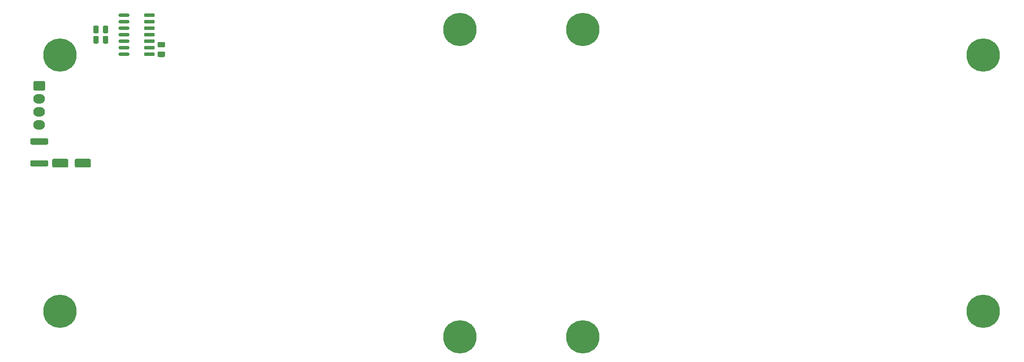
<source format=gbs>
%TF.GenerationSoftware,KiCad,Pcbnew,(5.1.6-0-10_14)*%
%TF.CreationDate,2020-11-10T16:11:36-05:00*%
%TF.ProjectId,honeylight,686f6e65-796c-4696-9768-742e6b696361,0.1.0*%
%TF.SameCoordinates,Original*%
%TF.FileFunction,Soldermask,Bot*%
%TF.FilePolarity,Negative*%
%FSLAX46Y46*%
G04 Gerber Fmt 4.6, Leading zero omitted, Abs format (unit mm)*
G04 Created by KiCad (PCBNEW (5.1.6-0-10_14)) date 2020-11-10 16:11:36*
%MOMM*%
%LPD*%
G01*
G04 APERTURE LIST*
%ADD10O,2.290000X1.840000*%
%ADD11C,6.500000*%
G04 APERTURE END LIST*
D10*
%TO.C,J1*%
X56000000Y-73620000D03*
X56000000Y-71080000D03*
X56000000Y-68540000D03*
G36*
G01*
X55119367Y-65080000D02*
X56880633Y-65080000D01*
G75*
G02*
X57145000Y-65344367I0J-264367D01*
G01*
X57145000Y-66655633D01*
G75*
G02*
X56880633Y-66920000I-264367J0D01*
G01*
X55119367Y-66920000D01*
G75*
G02*
X54855000Y-66655633I0J264367D01*
G01*
X54855000Y-65344367D01*
G75*
G02*
X55119367Y-65080000I264367J0D01*
G01*
G37*
%TD*%
%TO.C,U1*%
G36*
G01*
X76450000Y-59985000D02*
X76450000Y-59635000D01*
G75*
G02*
X76625000Y-59460000I175000J0D01*
G01*
X78325000Y-59460000D01*
G75*
G02*
X78500000Y-59635000I0J-175000D01*
G01*
X78500000Y-59985000D01*
G75*
G02*
X78325000Y-60160000I-175000J0D01*
G01*
X76625000Y-60160000D01*
G75*
G02*
X76450000Y-59985000I0J175000D01*
G01*
G37*
G36*
G01*
X76450000Y-58715000D02*
X76450000Y-58365000D01*
G75*
G02*
X76625000Y-58190000I175000J0D01*
G01*
X78325000Y-58190000D01*
G75*
G02*
X78500000Y-58365000I0J-175000D01*
G01*
X78500000Y-58715000D01*
G75*
G02*
X78325000Y-58890000I-175000J0D01*
G01*
X76625000Y-58890000D01*
G75*
G02*
X76450000Y-58715000I0J175000D01*
G01*
G37*
G36*
G01*
X76450000Y-57445000D02*
X76450000Y-57095000D01*
G75*
G02*
X76625000Y-56920000I175000J0D01*
G01*
X78325000Y-56920000D01*
G75*
G02*
X78500000Y-57095000I0J-175000D01*
G01*
X78500000Y-57445000D01*
G75*
G02*
X78325000Y-57620000I-175000J0D01*
G01*
X76625000Y-57620000D01*
G75*
G02*
X76450000Y-57445000I0J175000D01*
G01*
G37*
G36*
G01*
X76450000Y-56175000D02*
X76450000Y-55825000D01*
G75*
G02*
X76625000Y-55650000I175000J0D01*
G01*
X78325000Y-55650000D01*
G75*
G02*
X78500000Y-55825000I0J-175000D01*
G01*
X78500000Y-56175000D01*
G75*
G02*
X78325000Y-56350000I-175000J0D01*
G01*
X76625000Y-56350000D01*
G75*
G02*
X76450000Y-56175000I0J175000D01*
G01*
G37*
G36*
G01*
X76450000Y-54905000D02*
X76450000Y-54555000D01*
G75*
G02*
X76625000Y-54380000I175000J0D01*
G01*
X78325000Y-54380000D01*
G75*
G02*
X78500000Y-54555000I0J-175000D01*
G01*
X78500000Y-54905000D01*
G75*
G02*
X78325000Y-55080000I-175000J0D01*
G01*
X76625000Y-55080000D01*
G75*
G02*
X76450000Y-54905000I0J175000D01*
G01*
G37*
G36*
G01*
X76450000Y-53635000D02*
X76450000Y-53285000D01*
G75*
G02*
X76625000Y-53110000I175000J0D01*
G01*
X78325000Y-53110000D01*
G75*
G02*
X78500000Y-53285000I0J-175000D01*
G01*
X78500000Y-53635000D01*
G75*
G02*
X78325000Y-53810000I-175000J0D01*
G01*
X76625000Y-53810000D01*
G75*
G02*
X76450000Y-53635000I0J175000D01*
G01*
G37*
G36*
G01*
X76450000Y-52365000D02*
X76450000Y-52015000D01*
G75*
G02*
X76625000Y-51840000I175000J0D01*
G01*
X78325000Y-51840000D01*
G75*
G02*
X78500000Y-52015000I0J-175000D01*
G01*
X78500000Y-52365000D01*
G75*
G02*
X78325000Y-52540000I-175000J0D01*
G01*
X76625000Y-52540000D01*
G75*
G02*
X76450000Y-52365000I0J175000D01*
G01*
G37*
G36*
G01*
X71500000Y-52365000D02*
X71500000Y-52015000D01*
G75*
G02*
X71675000Y-51840000I175000J0D01*
G01*
X73375000Y-51840000D01*
G75*
G02*
X73550000Y-52015000I0J-175000D01*
G01*
X73550000Y-52365000D01*
G75*
G02*
X73375000Y-52540000I-175000J0D01*
G01*
X71675000Y-52540000D01*
G75*
G02*
X71500000Y-52365000I0J175000D01*
G01*
G37*
G36*
G01*
X71500000Y-53635000D02*
X71500000Y-53285000D01*
G75*
G02*
X71675000Y-53110000I175000J0D01*
G01*
X73375000Y-53110000D01*
G75*
G02*
X73550000Y-53285000I0J-175000D01*
G01*
X73550000Y-53635000D01*
G75*
G02*
X73375000Y-53810000I-175000J0D01*
G01*
X71675000Y-53810000D01*
G75*
G02*
X71500000Y-53635000I0J175000D01*
G01*
G37*
G36*
G01*
X71500000Y-54905000D02*
X71500000Y-54555000D01*
G75*
G02*
X71675000Y-54380000I175000J0D01*
G01*
X73375000Y-54380000D01*
G75*
G02*
X73550000Y-54555000I0J-175000D01*
G01*
X73550000Y-54905000D01*
G75*
G02*
X73375000Y-55080000I-175000J0D01*
G01*
X71675000Y-55080000D01*
G75*
G02*
X71500000Y-54905000I0J175000D01*
G01*
G37*
G36*
G01*
X71500000Y-56175000D02*
X71500000Y-55825000D01*
G75*
G02*
X71675000Y-55650000I175000J0D01*
G01*
X73375000Y-55650000D01*
G75*
G02*
X73550000Y-55825000I0J-175000D01*
G01*
X73550000Y-56175000D01*
G75*
G02*
X73375000Y-56350000I-175000J0D01*
G01*
X71675000Y-56350000D01*
G75*
G02*
X71500000Y-56175000I0J175000D01*
G01*
G37*
G36*
G01*
X71500000Y-57445000D02*
X71500000Y-57095000D01*
G75*
G02*
X71675000Y-56920000I175000J0D01*
G01*
X73375000Y-56920000D01*
G75*
G02*
X73550000Y-57095000I0J-175000D01*
G01*
X73550000Y-57445000D01*
G75*
G02*
X73375000Y-57620000I-175000J0D01*
G01*
X71675000Y-57620000D01*
G75*
G02*
X71500000Y-57445000I0J175000D01*
G01*
G37*
G36*
G01*
X71500000Y-58715000D02*
X71500000Y-58365000D01*
G75*
G02*
X71675000Y-58190000I175000J0D01*
G01*
X73375000Y-58190000D01*
G75*
G02*
X73550000Y-58365000I0J-175000D01*
G01*
X73550000Y-58715000D01*
G75*
G02*
X73375000Y-58890000I-175000J0D01*
G01*
X71675000Y-58890000D01*
G75*
G02*
X71500000Y-58715000I0J175000D01*
G01*
G37*
G36*
G01*
X71500000Y-59985000D02*
X71500000Y-59635000D01*
G75*
G02*
X71675000Y-59460000I175000J0D01*
G01*
X73375000Y-59460000D01*
G75*
G02*
X73550000Y-59635000I0J-175000D01*
G01*
X73550000Y-59985000D01*
G75*
G02*
X73375000Y-60160000I-175000J0D01*
G01*
X71675000Y-60160000D01*
G75*
G02*
X71500000Y-59985000I0J175000D01*
G01*
G37*
%TD*%
%TO.C,R2*%
G36*
G01*
X67600000Y-56518750D02*
X67600000Y-57481250D01*
G75*
G02*
X67331250Y-57750000I-268750J0D01*
G01*
X66793750Y-57750000D01*
G75*
G02*
X66525000Y-57481250I0J268750D01*
G01*
X66525000Y-56518750D01*
G75*
G02*
X66793750Y-56250000I268750J0D01*
G01*
X67331250Y-56250000D01*
G75*
G02*
X67600000Y-56518750I0J-268750D01*
G01*
G37*
G36*
G01*
X69475000Y-56518750D02*
X69475000Y-57481250D01*
G75*
G02*
X69206250Y-57750000I-268750J0D01*
G01*
X68668750Y-57750000D01*
G75*
G02*
X68400000Y-57481250I0J268750D01*
G01*
X68400000Y-56518750D01*
G75*
G02*
X68668750Y-56250000I268750J0D01*
G01*
X69206250Y-56250000D01*
G75*
G02*
X69475000Y-56518750I0J-268750D01*
G01*
G37*
%TD*%
%TO.C,R1*%
G36*
G01*
X67600000Y-54518750D02*
X67600000Y-55481250D01*
G75*
G02*
X67331250Y-55750000I-268750J0D01*
G01*
X66793750Y-55750000D01*
G75*
G02*
X66525000Y-55481250I0J268750D01*
G01*
X66525000Y-54518750D01*
G75*
G02*
X66793750Y-54250000I268750J0D01*
G01*
X67331250Y-54250000D01*
G75*
G02*
X67600000Y-54518750I0J-268750D01*
G01*
G37*
G36*
G01*
X69475000Y-54518750D02*
X69475000Y-55481250D01*
G75*
G02*
X69206250Y-55750000I-268750J0D01*
G01*
X68668750Y-55750000D01*
G75*
G02*
X68400000Y-55481250I0J268750D01*
G01*
X68400000Y-54518750D01*
G75*
G02*
X68668750Y-54250000I268750J0D01*
G01*
X69206250Y-54250000D01*
G75*
G02*
X69475000Y-54518750I0J-268750D01*
G01*
G37*
%TD*%
%TO.C,F1*%
G36*
G01*
X57477779Y-77475000D02*
X54522221Y-77475000D01*
G75*
G02*
X54250000Y-77202779I0J272221D01*
G01*
X54250000Y-76522221D01*
G75*
G02*
X54522221Y-76250000I272221J0D01*
G01*
X57477779Y-76250000D01*
G75*
G02*
X57750000Y-76522221I0J-272221D01*
G01*
X57750000Y-77202779D01*
G75*
G02*
X57477779Y-77475000I-272221J0D01*
G01*
G37*
G36*
G01*
X57477779Y-81750000D02*
X54522221Y-81750000D01*
G75*
G02*
X54250000Y-81477779I0J272221D01*
G01*
X54250000Y-80797221D01*
G75*
G02*
X54522221Y-80525000I272221J0D01*
G01*
X57477779Y-80525000D01*
G75*
G02*
X57750000Y-80797221I0J-272221D01*
G01*
X57750000Y-81477779D01*
G75*
G02*
X57477779Y-81750000I-272221J0D01*
G01*
G37*
%TD*%
%TO.C,C6*%
G36*
G01*
X79318750Y-59300000D02*
X80281250Y-59300000D01*
G75*
G02*
X80550000Y-59568750I0J-268750D01*
G01*
X80550000Y-60106250D01*
G75*
G02*
X80281250Y-60375000I-268750J0D01*
G01*
X79318750Y-60375000D01*
G75*
G02*
X79050000Y-60106250I0J268750D01*
G01*
X79050000Y-59568750D01*
G75*
G02*
X79318750Y-59300000I268750J0D01*
G01*
G37*
G36*
G01*
X79318750Y-57425000D02*
X80281250Y-57425000D01*
G75*
G02*
X80550000Y-57693750I0J-268750D01*
G01*
X80550000Y-58231250D01*
G75*
G02*
X80281250Y-58500000I-268750J0D01*
G01*
X79318750Y-58500000D01*
G75*
G02*
X79050000Y-58231250I0J268750D01*
G01*
X79050000Y-57693750D01*
G75*
G02*
X79318750Y-57425000I268750J0D01*
G01*
G37*
%TD*%
%TO.C,C5*%
G36*
G01*
X62950000Y-81684375D02*
X62950000Y-80515625D01*
G75*
G02*
X63215625Y-80250000I265625J0D01*
G01*
X65784375Y-80250000D01*
G75*
G02*
X66050000Y-80515625I0J-265625D01*
G01*
X66050000Y-81684375D01*
G75*
G02*
X65784375Y-81950000I-265625J0D01*
G01*
X63215625Y-81950000D01*
G75*
G02*
X62950000Y-81684375I0J265625D01*
G01*
G37*
G36*
G01*
X58550000Y-81684375D02*
X58550000Y-80515625D01*
G75*
G02*
X58815625Y-80250000I265625J0D01*
G01*
X61384375Y-80250000D01*
G75*
G02*
X61650000Y-80515625I0J-265625D01*
G01*
X61650000Y-81684375D01*
G75*
G02*
X61384375Y-81950000I-265625J0D01*
G01*
X58815625Y-81950000D01*
G75*
G02*
X58550000Y-81684375I0J265625D01*
G01*
G37*
%TD*%
D11*
%TO.C,H8*%
X240000000Y-110000000D03*
%TD*%
%TO.C,H7*%
X240000000Y-60000000D03*
%TD*%
%TO.C,H6*%
X162000000Y-115000000D03*
%TD*%
%TO.C,H5*%
X162000000Y-55000000D03*
%TD*%
%TO.C,H4*%
X138000000Y-115000000D03*
%TD*%
%TO.C,H3*%
X138000000Y-55000000D03*
%TD*%
%TO.C,H2*%
X60000000Y-110000000D03*
%TD*%
%TO.C,H1*%
X60000000Y-60000000D03*
%TD*%
M02*

</source>
